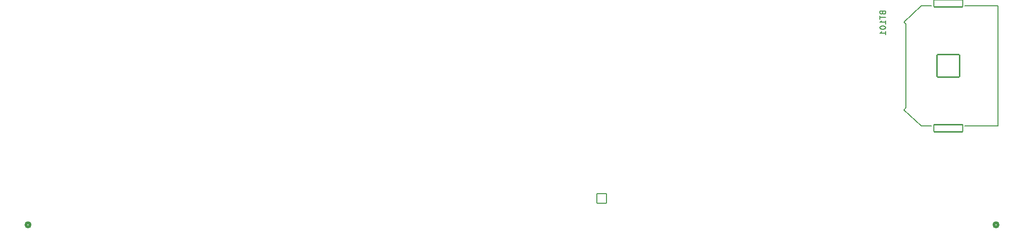
<source format=gbr>
%TF.GenerationSoftware,KiCad,Pcbnew,9.0.6*%
%TF.CreationDate,2025-12-12T05:38:23-05:00*%
%TF.ProjectId,etch_a_sketch,65746368-5f61-45f7-936b-657463682e6b,rev?*%
%TF.SameCoordinates,Original*%
%TF.FileFunction,Legend,Bot*%
%TF.FilePolarity,Positive*%
%FSLAX46Y46*%
G04 Gerber Fmt 4.6, Leading zero omitted, Abs format (unit mm)*
G04 Created by KiCad (PCBNEW 9.0.6) date 2025-12-12 05:38:23*
%MOMM*%
%LPD*%
G01*
G04 APERTURE LIST*
G04 Aperture macros list*
%AMRoundRect*
0 Rectangle with rounded corners*
0 $1 Rounding radius*
0 $2 $3 $4 $5 $6 $7 $8 $9 X,Y pos of 4 corners*
0 Add a 4 corners polygon primitive as box body*
4,1,4,$2,$3,$4,$5,$6,$7,$8,$9,$2,$3,0*
0 Add four circle primitives for the rounded corners*
1,1,$1+$1,$2,$3*
1,1,$1+$1,$4,$5*
1,1,$1+$1,$6,$7*
1,1,$1+$1,$8,$9*
0 Add four rect primitives between the rounded corners*
20,1,$1+$1,$2,$3,$4,$5,0*
20,1,$1+$1,$4,$5,$6,$7,0*
20,1,$1+$1,$6,$7,$8,$9,0*
20,1,$1+$1,$8,$9,$2,$3,0*%
G04 Aperture macros list end*
%ADD10C,0.150000*%
%ADD11C,0.508000*%
%ADD12C,0.127000*%
%ADD13C,0.561000*%
%ADD14C,5.500000*%
%ADD15C,3.600000*%
%ADD16C,1.701800*%
%ADD17C,3.327400*%
%ADD18C,1.020000*%
%ADD19R,4.000000X4.000000*%
%ADD20O,6.000000X1.750000*%
%ADD21RoundRect,0.102000X0.825000X0.825000X-0.825000X0.825000X-0.825000X-0.825000X0.825000X-0.825000X0*%
%ADD22C,1.854000*%
%ADD23RoundRect,0.102000X-1.980000X1.980000X-1.980000X-1.980000X1.980000X-1.980000X1.980000X1.980000X0*%
%ADD24RoundRect,0.102000X-2.540000X0.635000X-2.540000X-0.635000X2.540000X-0.635000X2.540000X0.635000X0*%
G04 APERTURE END LIST*
D10*
X223501009Y-90641904D02*
X223548628Y-90784761D01*
X223548628Y-90784761D02*
X223596247Y-90832380D01*
X223596247Y-90832380D02*
X223691485Y-90879999D01*
X223691485Y-90879999D02*
X223834342Y-90879999D01*
X223834342Y-90879999D02*
X223929580Y-90832380D01*
X223929580Y-90832380D02*
X223977200Y-90784761D01*
X223977200Y-90784761D02*
X224024819Y-90689523D01*
X224024819Y-90689523D02*
X224024819Y-90308571D01*
X224024819Y-90308571D02*
X223024819Y-90308571D01*
X223024819Y-90308571D02*
X223024819Y-90641904D01*
X223024819Y-90641904D02*
X223072438Y-90737142D01*
X223072438Y-90737142D02*
X223120057Y-90784761D01*
X223120057Y-90784761D02*
X223215295Y-90832380D01*
X223215295Y-90832380D02*
X223310533Y-90832380D01*
X223310533Y-90832380D02*
X223405771Y-90784761D01*
X223405771Y-90784761D02*
X223453390Y-90737142D01*
X223453390Y-90737142D02*
X223501009Y-90641904D01*
X223501009Y-90641904D02*
X223501009Y-90308571D01*
X223024819Y-91165714D02*
X223024819Y-91737142D01*
X224024819Y-91451428D02*
X223024819Y-91451428D01*
X224024819Y-92594285D02*
X224024819Y-92022857D01*
X224024819Y-92308571D02*
X223024819Y-92308571D01*
X223024819Y-92308571D02*
X223167676Y-92213333D01*
X223167676Y-92213333D02*
X223262914Y-92118095D01*
X223262914Y-92118095D02*
X223310533Y-92022857D01*
X223024819Y-93213333D02*
X223024819Y-93308571D01*
X223024819Y-93308571D02*
X223072438Y-93403809D01*
X223072438Y-93403809D02*
X223120057Y-93451428D01*
X223120057Y-93451428D02*
X223215295Y-93499047D01*
X223215295Y-93499047D02*
X223405771Y-93546666D01*
X223405771Y-93546666D02*
X223643866Y-93546666D01*
X223643866Y-93546666D02*
X223834342Y-93499047D01*
X223834342Y-93499047D02*
X223929580Y-93451428D01*
X223929580Y-93451428D02*
X223977200Y-93403809D01*
X223977200Y-93403809D02*
X224024819Y-93308571D01*
X224024819Y-93308571D02*
X224024819Y-93213333D01*
X224024819Y-93213333D02*
X223977200Y-93118095D01*
X223977200Y-93118095D02*
X223929580Y-93070476D01*
X223929580Y-93070476D02*
X223834342Y-93022857D01*
X223834342Y-93022857D02*
X223643866Y-92975238D01*
X223643866Y-92975238D02*
X223405771Y-92975238D01*
X223405771Y-92975238D02*
X223215295Y-93022857D01*
X223215295Y-93022857D02*
X223120057Y-93070476D01*
X223120057Y-93070476D02*
X223072438Y-93118095D01*
X223072438Y-93118095D02*
X223024819Y-93213333D01*
X224024819Y-94499047D02*
X224024819Y-93927619D01*
X224024819Y-94213333D02*
X223024819Y-94213333D01*
X223024819Y-94213333D02*
X223167676Y-94118095D01*
X223167676Y-94118095D02*
X223262914Y-94022857D01*
X223262914Y-94022857D02*
X223310533Y-93927619D01*
D11*
%TO.C,R107*%
X73790800Y-128000000D02*
G75*
G02*
X73028800Y-128000000I-381000J0D01*
G01*
X73028800Y-128000000D02*
G75*
G02*
X73790800Y-128000000I381000J0D01*
G01*
%TO.C,R106*%
X243790800Y-128000000D02*
G75*
G02*
X243028800Y-128000000I-381000J0D01*
G01*
X243028800Y-128000000D02*
G75*
G02*
X243790800Y-128000000I381000J0D01*
G01*
D12*
%TO.C,BT101*%
X227258540Y-92265870D02*
X227608600Y-92634000D01*
X227258540Y-92265870D02*
X230277030Y-89395000D01*
X227258540Y-107734130D02*
X230277030Y-110605000D01*
X227608600Y-92634000D02*
X227608600Y-107366000D01*
X227608600Y-107366000D02*
X227258540Y-107734130D01*
X230277030Y-89395000D02*
X232100000Y-89395000D01*
X230277030Y-110605000D02*
X232100000Y-110605000D01*
X243728600Y-89395000D02*
X237900000Y-89395000D01*
X243728600Y-89395000D02*
X243728600Y-110605000D01*
X243728600Y-110605000D02*
X237900000Y-110605000D01*
%TD*%
%LPC*%
%TO.C,J101*%
D13*
X65280500Y-68175000D02*
G75*
G02*
X64719500Y-68175000I-280500J0D01*
G01*
X64719500Y-68175000D02*
G75*
G02*
X65280500Y-68175000I280500J0D01*
G01*
X65280500Y-61825000D02*
G75*
G02*
X64719500Y-61825000I-280500J0D01*
G01*
X64719500Y-61825000D02*
G75*
G02*
X65280500Y-61825000I280500J0D01*
G01*
%TD*%
D14*
%TO.C,H108*%
X246000000Y-146900000D03*
D15*
X246000000Y-146900000D03*
%TD*%
D14*
%TO.C,H106*%
X246000000Y-53100000D03*
D15*
X246000000Y-53100000D03*
%TD*%
D14*
%TO.C,H105*%
X54000000Y-53100000D03*
D15*
X54000000Y-53100000D03*
%TD*%
D14*
%TO.C,H107*%
X54000000Y-146900000D03*
D15*
X54000000Y-146900000D03*
%TD*%
D16*
%TO.C,R107*%
X61252400Y-128000000D03*
X65002400Y-128000000D03*
X68752400Y-128000000D03*
D17*
X59802400Y-138000000D03*
X70202400Y-138000000D03*
%TD*%
D16*
%TO.C,R106*%
X231252400Y-128000000D03*
X235002400Y-128000000D03*
X238752400Y-128000000D03*
D17*
X229802400Y-138000000D03*
X240202400Y-138000000D03*
%TD*%
D18*
%TO.C,J101*%
X65000000Y-68175000D03*
X65000000Y-61825000D03*
%TD*%
D14*
%TO.C,H104*%
X179005000Y-124585000D03*
D15*
X179005000Y-124585000D03*
%TD*%
D14*
%TO.C,H103*%
X120995000Y-124585000D03*
D15*
X120995000Y-124585000D03*
%TD*%
D14*
%TO.C,H102*%
X179005000Y-75385000D03*
D15*
X179005000Y-75385000D03*
%TD*%
D14*
%TO.C,H101*%
X120995000Y-75385000D03*
D15*
X120995000Y-75385000D03*
%TD*%
D19*
%TO.C,TP105*%
X141000000Y-55000000D03*
%TD*%
%TO.C,TP103*%
X159000000Y-55000000D03*
%TD*%
%TO.C,TP102*%
X168000000Y-55000000D03*
%TD*%
%TO.C,TP101*%
X132500000Y-55000000D03*
%TD*%
%TO.C,TP104*%
X150000000Y-55000000D03*
%TD*%
D20*
%TO.C,SW102*%
X235000000Y-75000000D03*
X235000000Y-68000000D03*
%TD*%
D21*
%TO.C,J102*%
X174130000Y-123315000D03*
D22*
X174130000Y-125855000D03*
X171590000Y-123315000D03*
X171590000Y-125855000D03*
X169050000Y-123315000D03*
X169050000Y-125855000D03*
X166510000Y-123315000D03*
X166510000Y-125855000D03*
X163970000Y-123315000D03*
X163970000Y-125855000D03*
X161430000Y-123315000D03*
X161430000Y-125855000D03*
X158890000Y-123315000D03*
X158890000Y-125855000D03*
X156350000Y-123315000D03*
X156350000Y-125855000D03*
X153810000Y-123315000D03*
X153810000Y-125855000D03*
X151270000Y-123315000D03*
X151270000Y-125855000D03*
X148730000Y-123315000D03*
X148730000Y-125855000D03*
X146190000Y-123315000D03*
X146190000Y-125855000D03*
X143650000Y-123315000D03*
X143650000Y-125855000D03*
X141110000Y-123315000D03*
X141110000Y-125855000D03*
X138570000Y-123315000D03*
X138570000Y-125855000D03*
X136030000Y-123315000D03*
X136030000Y-125855000D03*
X133490000Y-123315000D03*
X133490000Y-125855000D03*
X130950000Y-123315000D03*
X130950000Y-125855000D03*
X128410000Y-123315000D03*
X128410000Y-125855000D03*
X125870000Y-123315000D03*
X125870000Y-125855000D03*
%TD*%
D23*
%TO.C,BT101*%
X235000000Y-100000000D03*
D24*
X235000000Y-89015000D03*
X235000000Y-110985000D03*
%TD*%
%LPD*%
M02*

</source>
